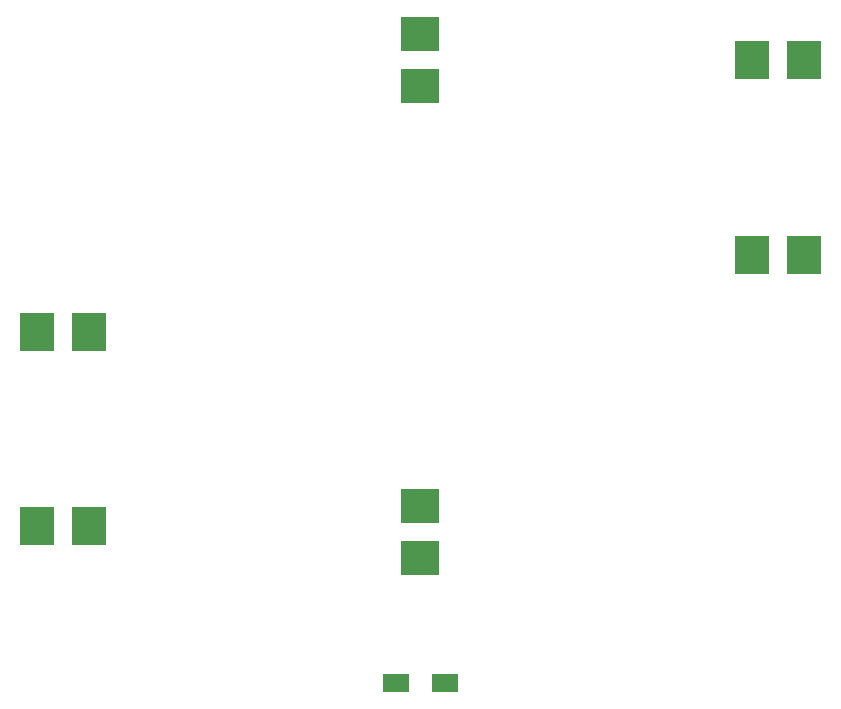
<source format=gbp>
G04*
G04 #@! TF.GenerationSoftware,Altium Limited,Altium Designer,21.3.1 (25)*
G04*
G04 Layer_Color=128*
%FSLAX25Y25*%
%MOIN*%
G70*
G04*
G04 #@! TF.SameCoordinates,B8EFB4BC-30DA-42F7-88CE-EC59C6869F36*
G04*
G04*
G04 #@! TF.FilePolarity,Positive*
G04*
G01*
G75*
%ADD123R,0.08661X0.06102*%
%ADD124R,0.11417X0.12992*%
%ADD125R,0.12992X0.11417*%
D123*
X234055Y37402D02*
D03*
X250197D02*
D03*
D124*
X131693Y89567D02*
D03*
X114370D02*
D03*
X369882Y180118D02*
D03*
X352559D02*
D03*
X114370Y154528D02*
D03*
X131693D02*
D03*
X369882Y245079D02*
D03*
X352559D02*
D03*
D125*
X242126Y78937D02*
D03*
Y96260D02*
D03*
Y236417D02*
D03*
Y253740D02*
D03*
M02*

</source>
